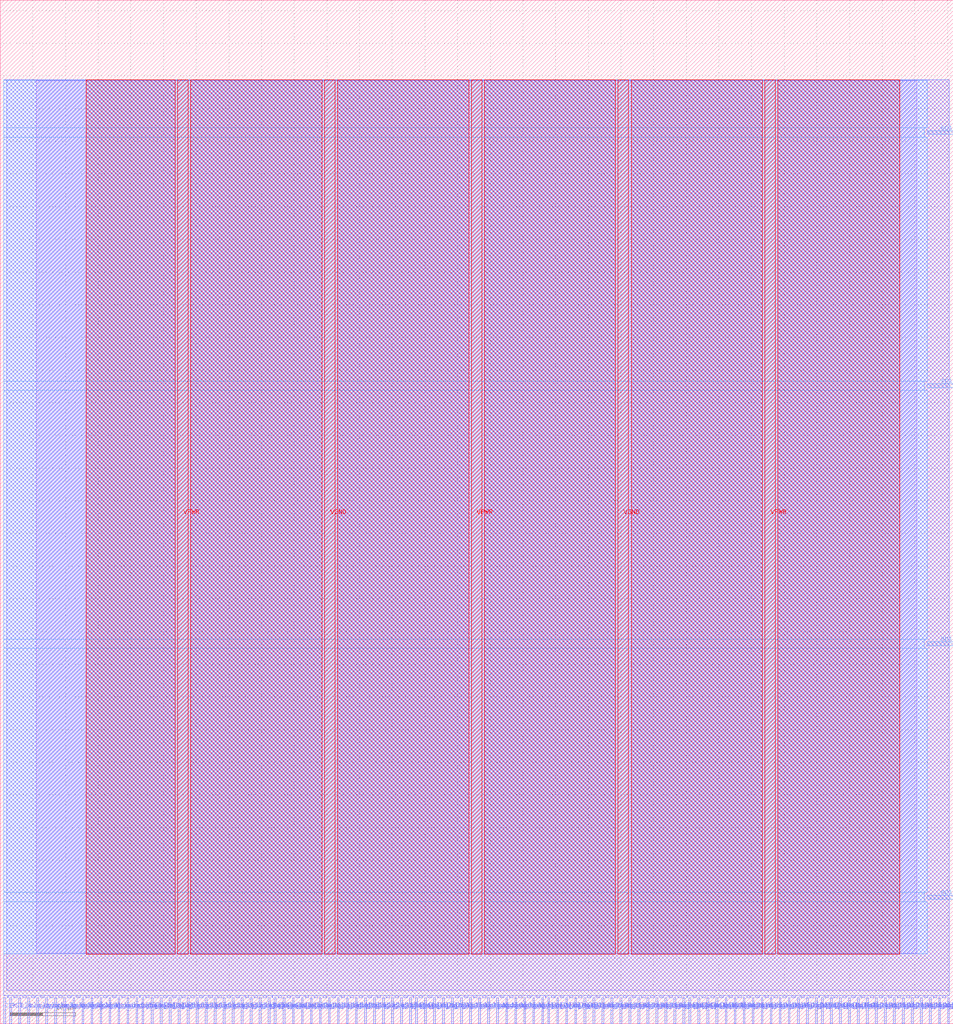
<source format=lef>
VERSION 5.7 ;
  NOWIREEXTENSIONATPIN ON ;
  DIVIDERCHAR "/" ;
  BUSBITCHARS "[]" ;
MACRO mkQF100SPI
  CLASS BLOCK ;
  FOREIGN mkQF100SPI ;
  ORIGIN 0.000 0.000 ;
  SIZE 145.865 BY 156.585 ;
  PIN CLK
    DIRECTION INPUT ;
    USE SIGNAL ;
    PORT
      LAYER met2 ;
        RECT 0.550 0.000 0.830 4.000 ;
    END
  END CLK
  PIN RST_N
    DIRECTION INPUT ;
    USE SIGNAL ;
    PORT
      LAYER met2 ;
        RECT 1.470 0.000 1.750 4.000 ;
    END
  END RST_N
  PIN VGND
    DIRECTION INPUT ;
    USE GROUND ;
    PORT
      LAYER met4 ;
        RECT 49.650 10.640 51.250 144.400 ;
    END
    PORT
      LAYER met4 ;
        RECT 94.575 10.640 96.175 144.400 ;
    END
  END VGND
  PIN VPWR
    DIRECTION INPUT ;
    USE POWER ;
    PORT
      LAYER met4 ;
        RECT 27.180 10.640 28.780 144.400 ;
    END
    PORT
      LAYER met4 ;
        RECT 72.110 10.640 73.710 144.400 ;
    END
    PORT
      LAYER met4 ;
        RECT 117.035 10.640 118.635 144.400 ;
    END
  END VPWR
  PIN slave_ack_o
    DIRECTION OUTPUT TRISTATE ;
    USE SIGNAL ;
    PORT
      LAYER met2 ;
        RECT 11.130 0.000 11.410 4.000 ;
    END
  END slave_ack_o
  PIN slave_adr_i[0]
    DIRECTION INPUT ;
    USE SIGNAL ;
    PORT
      LAYER met2 ;
        RECT 15.270 0.000 15.550 4.000 ;
    END
  END slave_adr_i[0]
  PIN slave_adr_i[10]
    DIRECTION INPUT ;
    USE SIGNAL ;
    PORT
      LAYER met2 ;
        RECT 28.610 0.000 28.890 4.000 ;
    END
  END slave_adr_i[10]
  PIN slave_adr_i[11]
    DIRECTION INPUT ;
    USE SIGNAL ;
    PORT
      LAYER met2 ;
        RECT 29.990 0.000 30.270 4.000 ;
    END
  END slave_adr_i[11]
  PIN slave_adr_i[12]
    DIRECTION INPUT ;
    USE SIGNAL ;
    PORT
      LAYER met2 ;
        RECT 31.370 0.000 31.650 4.000 ;
    END
  END slave_adr_i[12]
  PIN slave_adr_i[13]
    DIRECTION INPUT ;
    USE SIGNAL ;
    PORT
      LAYER met2 ;
        RECT 32.750 0.000 33.030 4.000 ;
    END
  END slave_adr_i[13]
  PIN slave_adr_i[14]
    DIRECTION INPUT ;
    USE SIGNAL ;
    PORT
      LAYER met2 ;
        RECT 34.130 0.000 34.410 4.000 ;
    END
  END slave_adr_i[14]
  PIN slave_adr_i[15]
    DIRECTION INPUT ;
    USE SIGNAL ;
    PORT
      LAYER met2 ;
        RECT 35.510 0.000 35.790 4.000 ;
    END
  END slave_adr_i[15]
  PIN slave_adr_i[16]
    DIRECTION INPUT ;
    USE SIGNAL ;
    PORT
      LAYER met2 ;
        RECT 36.890 0.000 37.170 4.000 ;
    END
  END slave_adr_i[16]
  PIN slave_adr_i[17]
    DIRECTION INPUT ;
    USE SIGNAL ;
    PORT
      LAYER met2 ;
        RECT 38.270 0.000 38.550 4.000 ;
    END
  END slave_adr_i[17]
  PIN slave_adr_i[18]
    DIRECTION INPUT ;
    USE SIGNAL ;
    PORT
      LAYER met2 ;
        RECT 39.650 0.000 39.930 4.000 ;
    END
  END slave_adr_i[18]
  PIN slave_adr_i[19]
    DIRECTION INPUT ;
    USE SIGNAL ;
    PORT
      LAYER met2 ;
        RECT 41.030 0.000 41.310 4.000 ;
    END
  END slave_adr_i[19]
  PIN slave_adr_i[1]
    DIRECTION INPUT ;
    USE SIGNAL ;
    PORT
      LAYER met2 ;
        RECT 16.650 0.000 16.930 4.000 ;
    END
  END slave_adr_i[1]
  PIN slave_adr_i[20]
    DIRECTION INPUT ;
    USE SIGNAL ;
    PORT
      LAYER met2 ;
        RECT 41.950 0.000 42.230 4.000 ;
    END
  END slave_adr_i[20]
  PIN slave_adr_i[21]
    DIRECTION INPUT ;
    USE SIGNAL ;
    PORT
      LAYER met2 ;
        RECT 43.330 0.000 43.610 4.000 ;
    END
  END slave_adr_i[21]
  PIN slave_adr_i[22]
    DIRECTION INPUT ;
    USE SIGNAL ;
    PORT
      LAYER met2 ;
        RECT 44.710 0.000 44.990 4.000 ;
    END
  END slave_adr_i[22]
  PIN slave_adr_i[23]
    DIRECTION INPUT ;
    USE SIGNAL ;
    PORT
      LAYER met2 ;
        RECT 46.090 0.000 46.370 4.000 ;
    END
  END slave_adr_i[23]
  PIN slave_adr_i[24]
    DIRECTION INPUT ;
    USE SIGNAL ;
    PORT
      LAYER met2 ;
        RECT 47.470 0.000 47.750 4.000 ;
    END
  END slave_adr_i[24]
  PIN slave_adr_i[25]
    DIRECTION INPUT ;
    USE SIGNAL ;
    PORT
      LAYER met2 ;
        RECT 48.850 0.000 49.130 4.000 ;
    END
  END slave_adr_i[25]
  PIN slave_adr_i[26]
    DIRECTION INPUT ;
    USE SIGNAL ;
    PORT
      LAYER met2 ;
        RECT 50.230 0.000 50.510 4.000 ;
    END
  END slave_adr_i[26]
  PIN slave_adr_i[27]
    DIRECTION INPUT ;
    USE SIGNAL ;
    PORT
      LAYER met2 ;
        RECT 51.610 0.000 51.890 4.000 ;
    END
  END slave_adr_i[27]
  PIN slave_adr_i[28]
    DIRECTION INPUT ;
    USE SIGNAL ;
    PORT
      LAYER met2 ;
        RECT 52.990 0.000 53.270 4.000 ;
    END
  END slave_adr_i[28]
  PIN slave_adr_i[29]
    DIRECTION INPUT ;
    USE SIGNAL ;
    PORT
      LAYER met2 ;
        RECT 54.370 0.000 54.650 4.000 ;
    END
  END slave_adr_i[29]
  PIN slave_adr_i[2]
    DIRECTION INPUT ;
    USE SIGNAL ;
    PORT
      LAYER met2 ;
        RECT 18.030 0.000 18.310 4.000 ;
    END
  END slave_adr_i[2]
  PIN slave_adr_i[30]
    DIRECTION INPUT ;
    USE SIGNAL ;
    PORT
      LAYER met2 ;
        RECT 55.750 0.000 56.030 4.000 ;
    END
  END slave_adr_i[30]
  PIN slave_adr_i[31]
    DIRECTION INPUT ;
    USE SIGNAL ;
    PORT
      LAYER met2 ;
        RECT 57.130 0.000 57.410 4.000 ;
    END
  END slave_adr_i[31]
  PIN slave_adr_i[3]
    DIRECTION INPUT ;
    USE SIGNAL ;
    PORT
      LAYER met2 ;
        RECT 19.410 0.000 19.690 4.000 ;
    END
  END slave_adr_i[3]
  PIN slave_adr_i[4]
    DIRECTION INPUT ;
    USE SIGNAL ;
    PORT
      LAYER met2 ;
        RECT 20.790 0.000 21.070 4.000 ;
    END
  END slave_adr_i[4]
  PIN slave_adr_i[5]
    DIRECTION INPUT ;
    USE SIGNAL ;
    PORT
      LAYER met2 ;
        RECT 21.710 0.000 21.990 4.000 ;
    END
  END slave_adr_i[5]
  PIN slave_adr_i[6]
    DIRECTION INPUT ;
    USE SIGNAL ;
    PORT
      LAYER met2 ;
        RECT 23.090 0.000 23.370 4.000 ;
    END
  END slave_adr_i[6]
  PIN slave_adr_i[7]
    DIRECTION INPUT ;
    USE SIGNAL ;
    PORT
      LAYER met2 ;
        RECT 24.470 0.000 24.750 4.000 ;
    END
  END slave_adr_i[7]
  PIN slave_adr_i[8]
    DIRECTION INPUT ;
    USE SIGNAL ;
    PORT
      LAYER met2 ;
        RECT 25.850 0.000 26.130 4.000 ;
    END
  END slave_adr_i[8]
  PIN slave_adr_i[9]
    DIRECTION INPUT ;
    USE SIGNAL ;
    PORT
      LAYER met2 ;
        RECT 27.230 0.000 27.510 4.000 ;
    END
  END slave_adr_i[9]
  PIN slave_cyc_i
    DIRECTION INPUT ;
    USE SIGNAL ;
    PORT
      LAYER met2 ;
        RECT 2.850 0.000 3.130 4.000 ;
    END
  END slave_cyc_i
  PIN slave_dat_i[0]
    DIRECTION INPUT ;
    USE SIGNAL ;
    PORT
      LAYER met2 ;
        RECT 58.510 0.000 58.790 4.000 ;
    END
  END slave_dat_i[0]
  PIN slave_dat_i[10]
    DIRECTION INPUT ;
    USE SIGNAL ;
    PORT
      LAYER met2 ;
        RECT 85.190 0.000 85.470 4.000 ;
    END
  END slave_dat_i[10]
  PIN slave_dat_i[11]
    DIRECTION INPUT ;
    USE SIGNAL ;
    PORT
      LAYER met2 ;
        RECT 87.950 0.000 88.230 4.000 ;
    END
  END slave_dat_i[11]
  PIN slave_dat_i[12]
    DIRECTION INPUT ;
    USE SIGNAL ;
    PORT
      LAYER met2 ;
        RECT 90.710 0.000 90.990 4.000 ;
    END
  END slave_dat_i[12]
  PIN slave_dat_i[13]
    DIRECTION INPUT ;
    USE SIGNAL ;
    PORT
      LAYER met2 ;
        RECT 93.470 0.000 93.750 4.000 ;
    END
  END slave_dat_i[13]
  PIN slave_dat_i[14]
    DIRECTION INPUT ;
    USE SIGNAL ;
    PORT
      LAYER met2 ;
        RECT 96.230 0.000 96.510 4.000 ;
    END
  END slave_dat_i[14]
  PIN slave_dat_i[15]
    DIRECTION INPUT ;
    USE SIGNAL ;
    PORT
      LAYER met2 ;
        RECT 98.990 0.000 99.270 4.000 ;
    END
  END slave_dat_i[15]
  PIN slave_dat_i[16]
    DIRECTION INPUT ;
    USE SIGNAL ;
    PORT
      LAYER met2 ;
        RECT 101.750 0.000 102.030 4.000 ;
    END
  END slave_dat_i[16]
  PIN slave_dat_i[17]
    DIRECTION INPUT ;
    USE SIGNAL ;
    PORT
      LAYER met2 ;
        RECT 104.510 0.000 104.790 4.000 ;
    END
  END slave_dat_i[17]
  PIN slave_dat_i[18]
    DIRECTION INPUT ;
    USE SIGNAL ;
    PORT
      LAYER met2 ;
        RECT 106.810 0.000 107.090 4.000 ;
    END
  END slave_dat_i[18]
  PIN slave_dat_i[19]
    DIRECTION INPUT ;
    USE SIGNAL ;
    PORT
      LAYER met2 ;
        RECT 109.570 0.000 109.850 4.000 ;
    END
  END slave_dat_i[19]
  PIN slave_dat_i[1]
    DIRECTION INPUT ;
    USE SIGNAL ;
    PORT
      LAYER met2 ;
        RECT 61.270 0.000 61.550 4.000 ;
    END
  END slave_dat_i[1]
  PIN slave_dat_i[20]
    DIRECTION INPUT ;
    USE SIGNAL ;
    PORT
      LAYER met2 ;
        RECT 112.330 0.000 112.610 4.000 ;
    END
  END slave_dat_i[20]
  PIN slave_dat_i[21]
    DIRECTION INPUT ;
    USE SIGNAL ;
    PORT
      LAYER met2 ;
        RECT 115.090 0.000 115.370 4.000 ;
    END
  END slave_dat_i[21]
  PIN slave_dat_i[22]
    DIRECTION INPUT ;
    USE SIGNAL ;
    PORT
      LAYER met2 ;
        RECT 117.850 0.000 118.130 4.000 ;
    END
  END slave_dat_i[22]
  PIN slave_dat_i[23]
    DIRECTION INPUT ;
    USE SIGNAL ;
    PORT
      LAYER met2 ;
        RECT 120.610 0.000 120.890 4.000 ;
    END
  END slave_dat_i[23]
  PIN slave_dat_i[24]
    DIRECTION INPUT ;
    USE SIGNAL ;
    PORT
      LAYER met2 ;
        RECT 123.370 0.000 123.650 4.000 ;
    END
  END slave_dat_i[24]
  PIN slave_dat_i[25]
    DIRECTION INPUT ;
    USE SIGNAL ;
    PORT
      LAYER met2 ;
        RECT 125.670 0.000 125.950 4.000 ;
    END
  END slave_dat_i[25]
  PIN slave_dat_i[26]
    DIRECTION INPUT ;
    USE SIGNAL ;
    PORT
      LAYER met2 ;
        RECT 128.430 0.000 128.710 4.000 ;
    END
  END slave_dat_i[26]
  PIN slave_dat_i[27]
    DIRECTION INPUT ;
    USE SIGNAL ;
    PORT
      LAYER met2 ;
        RECT 131.190 0.000 131.470 4.000 ;
    END
  END slave_dat_i[27]
  PIN slave_dat_i[28]
    DIRECTION INPUT ;
    USE SIGNAL ;
    PORT
      LAYER met2 ;
        RECT 133.950 0.000 134.230 4.000 ;
    END
  END slave_dat_i[28]
  PIN slave_dat_i[29]
    DIRECTION INPUT ;
    USE SIGNAL ;
    PORT
      LAYER met2 ;
        RECT 136.710 0.000 136.990 4.000 ;
    END
  END slave_dat_i[29]
  PIN slave_dat_i[2]
    DIRECTION INPUT ;
    USE SIGNAL ;
    PORT
      LAYER met2 ;
        RECT 63.570 0.000 63.850 4.000 ;
    END
  END slave_dat_i[2]
  PIN slave_dat_i[30]
    DIRECTION INPUT ;
    USE SIGNAL ;
    PORT
      LAYER met2 ;
        RECT 139.470 0.000 139.750 4.000 ;
    END
  END slave_dat_i[30]
  PIN slave_dat_i[31]
    DIRECTION INPUT ;
    USE SIGNAL ;
    PORT
      LAYER met2 ;
        RECT 142.230 0.000 142.510 4.000 ;
    END
  END slave_dat_i[31]
  PIN slave_dat_i[3]
    DIRECTION INPUT ;
    USE SIGNAL ;
    PORT
      LAYER met2 ;
        RECT 66.330 0.000 66.610 4.000 ;
    END
  END slave_dat_i[3]
  PIN slave_dat_i[4]
    DIRECTION INPUT ;
    USE SIGNAL ;
    PORT
      LAYER met2 ;
        RECT 69.090 0.000 69.370 4.000 ;
    END
  END slave_dat_i[4]
  PIN slave_dat_i[5]
    DIRECTION INPUT ;
    USE SIGNAL ;
    PORT
      LAYER met2 ;
        RECT 71.850 0.000 72.130 4.000 ;
    END
  END slave_dat_i[5]
  PIN slave_dat_i[6]
    DIRECTION INPUT ;
    USE SIGNAL ;
    PORT
      LAYER met2 ;
        RECT 74.610 0.000 74.890 4.000 ;
    END
  END slave_dat_i[6]
  PIN slave_dat_i[7]
    DIRECTION INPUT ;
    USE SIGNAL ;
    PORT
      LAYER met2 ;
        RECT 77.370 0.000 77.650 4.000 ;
    END
  END slave_dat_i[7]
  PIN slave_dat_i[8]
    DIRECTION INPUT ;
    USE SIGNAL ;
    PORT
      LAYER met2 ;
        RECT 80.130 0.000 80.410 4.000 ;
    END
  END slave_dat_i[8]
  PIN slave_dat_i[9]
    DIRECTION INPUT ;
    USE SIGNAL ;
    PORT
      LAYER met2 ;
        RECT 82.890 0.000 83.170 4.000 ;
    END
  END slave_dat_i[9]
  PIN slave_dat_o[0]
    DIRECTION OUTPUT TRISTATE ;
    USE SIGNAL ;
    PORT
      LAYER met2 ;
        RECT 59.890 0.000 60.170 4.000 ;
    END
  END slave_dat_o[0]
  PIN slave_dat_o[10]
    DIRECTION OUTPUT TRISTATE ;
    USE SIGNAL ;
    PORT
      LAYER met2 ;
        RECT 86.570 0.000 86.850 4.000 ;
    END
  END slave_dat_o[10]
  PIN slave_dat_o[11]
    DIRECTION OUTPUT TRISTATE ;
    USE SIGNAL ;
    PORT
      LAYER met2 ;
        RECT 89.330 0.000 89.610 4.000 ;
    END
  END slave_dat_o[11]
  PIN slave_dat_o[12]
    DIRECTION OUTPUT TRISTATE ;
    USE SIGNAL ;
    PORT
      LAYER met2 ;
        RECT 92.090 0.000 92.370 4.000 ;
    END
  END slave_dat_o[12]
  PIN slave_dat_o[13]
    DIRECTION OUTPUT TRISTATE ;
    USE SIGNAL ;
    PORT
      LAYER met2 ;
        RECT 94.850 0.000 95.130 4.000 ;
    END
  END slave_dat_o[13]
  PIN slave_dat_o[14]
    DIRECTION OUTPUT TRISTATE ;
    USE SIGNAL ;
    PORT
      LAYER met2 ;
        RECT 97.610 0.000 97.890 4.000 ;
    END
  END slave_dat_o[14]
  PIN slave_dat_o[15]
    DIRECTION OUTPUT TRISTATE ;
    USE SIGNAL ;
    PORT
      LAYER met2 ;
        RECT 100.370 0.000 100.650 4.000 ;
    END
  END slave_dat_o[15]
  PIN slave_dat_o[16]
    DIRECTION OUTPUT TRISTATE ;
    USE SIGNAL ;
    PORT
      LAYER met2 ;
        RECT 103.130 0.000 103.410 4.000 ;
    END
  END slave_dat_o[16]
  PIN slave_dat_o[17]
    DIRECTION OUTPUT TRISTATE ;
    USE SIGNAL ;
    PORT
      LAYER met2 ;
        RECT 105.430 0.000 105.710 4.000 ;
    END
  END slave_dat_o[17]
  PIN slave_dat_o[18]
    DIRECTION OUTPUT TRISTATE ;
    USE SIGNAL ;
    PORT
      LAYER met2 ;
        RECT 108.190 0.000 108.470 4.000 ;
    END
  END slave_dat_o[18]
  PIN slave_dat_o[19]
    DIRECTION OUTPUT TRISTATE ;
    USE SIGNAL ;
    PORT
      LAYER met2 ;
        RECT 110.950 0.000 111.230 4.000 ;
    END
  END slave_dat_o[19]
  PIN slave_dat_o[1]
    DIRECTION OUTPUT TRISTATE ;
    USE SIGNAL ;
    PORT
      LAYER met2 ;
        RECT 62.650 0.000 62.930 4.000 ;
    END
  END slave_dat_o[1]
  PIN slave_dat_o[20]
    DIRECTION OUTPUT TRISTATE ;
    USE SIGNAL ;
    PORT
      LAYER met2 ;
        RECT 113.710 0.000 113.990 4.000 ;
    END
  END slave_dat_o[20]
  PIN slave_dat_o[21]
    DIRECTION OUTPUT TRISTATE ;
    USE SIGNAL ;
    PORT
      LAYER met2 ;
        RECT 116.470 0.000 116.750 4.000 ;
    END
  END slave_dat_o[21]
  PIN slave_dat_o[22]
    DIRECTION OUTPUT TRISTATE ;
    USE SIGNAL ;
    PORT
      LAYER met2 ;
        RECT 119.230 0.000 119.510 4.000 ;
    END
  END slave_dat_o[22]
  PIN slave_dat_o[23]
    DIRECTION OUTPUT TRISTATE ;
    USE SIGNAL ;
    PORT
      LAYER met2 ;
        RECT 121.990 0.000 122.270 4.000 ;
    END
  END slave_dat_o[23]
  PIN slave_dat_o[24]
    DIRECTION OUTPUT TRISTATE ;
    USE SIGNAL ;
    PORT
      LAYER met2 ;
        RECT 124.750 0.000 125.030 4.000 ;
    END
  END slave_dat_o[24]
  PIN slave_dat_o[25]
    DIRECTION OUTPUT TRISTATE ;
    USE SIGNAL ;
    PORT
      LAYER met2 ;
        RECT 127.050 0.000 127.330 4.000 ;
    END
  END slave_dat_o[25]
  PIN slave_dat_o[26]
    DIRECTION OUTPUT TRISTATE ;
    USE SIGNAL ;
    PORT
      LAYER met2 ;
        RECT 129.810 0.000 130.090 4.000 ;
    END
  END slave_dat_o[26]
  PIN slave_dat_o[27]
    DIRECTION OUTPUT TRISTATE ;
    USE SIGNAL ;
    PORT
      LAYER met2 ;
        RECT 132.570 0.000 132.850 4.000 ;
    END
  END slave_dat_o[27]
  PIN slave_dat_o[28]
    DIRECTION OUTPUT TRISTATE ;
    USE SIGNAL ;
    PORT
      LAYER met2 ;
        RECT 135.330 0.000 135.610 4.000 ;
    END
  END slave_dat_o[28]
  PIN slave_dat_o[29]
    DIRECTION OUTPUT TRISTATE ;
    USE SIGNAL ;
    PORT
      LAYER met2 ;
        RECT 138.090 0.000 138.370 4.000 ;
    END
  END slave_dat_o[29]
  PIN slave_dat_o[2]
    DIRECTION OUTPUT TRISTATE ;
    USE SIGNAL ;
    PORT
      LAYER met2 ;
        RECT 64.950 0.000 65.230 4.000 ;
    END
  END slave_dat_o[2]
  PIN slave_dat_o[30]
    DIRECTION OUTPUT TRISTATE ;
    USE SIGNAL ;
    PORT
      LAYER met2 ;
        RECT 140.850 0.000 141.130 4.000 ;
    END
  END slave_dat_o[30]
  PIN slave_dat_o[31]
    DIRECTION OUTPUT TRISTATE ;
    USE SIGNAL ;
    PORT
      LAYER met2 ;
        RECT 143.610 0.000 143.890 4.000 ;
    END
  END slave_dat_o[31]
  PIN slave_dat_o[3]
    DIRECTION OUTPUT TRISTATE ;
    USE SIGNAL ;
    PORT
      LAYER met2 ;
        RECT 67.710 0.000 67.990 4.000 ;
    END
  END slave_dat_o[3]
  PIN slave_dat_o[4]
    DIRECTION OUTPUT TRISTATE ;
    USE SIGNAL ;
    PORT
      LAYER met2 ;
        RECT 70.470 0.000 70.750 4.000 ;
    END
  END slave_dat_o[4]
  PIN slave_dat_o[5]
    DIRECTION OUTPUT TRISTATE ;
    USE SIGNAL ;
    PORT
      LAYER met2 ;
        RECT 73.230 0.000 73.510 4.000 ;
    END
  END slave_dat_o[5]
  PIN slave_dat_o[6]
    DIRECTION OUTPUT TRISTATE ;
    USE SIGNAL ;
    PORT
      LAYER met2 ;
        RECT 75.990 0.000 76.270 4.000 ;
    END
  END slave_dat_o[6]
  PIN slave_dat_o[7]
    DIRECTION OUTPUT TRISTATE ;
    USE SIGNAL ;
    PORT
      LAYER met2 ;
        RECT 78.750 0.000 79.030 4.000 ;
    END
  END slave_dat_o[7]
  PIN slave_dat_o[8]
    DIRECTION OUTPUT TRISTATE ;
    USE SIGNAL ;
    PORT
      LAYER met2 ;
        RECT 81.510 0.000 81.790 4.000 ;
    END
  END slave_dat_o[8]
  PIN slave_dat_o[9]
    DIRECTION OUTPUT TRISTATE ;
    USE SIGNAL ;
    PORT
      LAYER met2 ;
        RECT 83.810 0.000 84.090 4.000 ;
    END
  END slave_dat_o[9]
  PIN slave_err_o
    DIRECTION OUTPUT TRISTATE ;
    USE SIGNAL ;
    PORT
      LAYER met2 ;
        RECT 12.510 0.000 12.790 4.000 ;
    END
  END slave_err_o
  PIN slave_rty_o
    DIRECTION OUTPUT TRISTATE ;
    USE SIGNAL ;
    PORT
      LAYER met2 ;
        RECT 13.890 0.000 14.170 4.000 ;
    END
  END slave_rty_o
  PIN slave_sel_i[0]
    DIRECTION INPUT ;
    USE SIGNAL ;
    PORT
      LAYER met2 ;
        RECT 5.610 0.000 5.890 4.000 ;
    END
  END slave_sel_i[0]
  PIN slave_sel_i[1]
    DIRECTION INPUT ;
    USE SIGNAL ;
    PORT
      LAYER met2 ;
        RECT 6.990 0.000 7.270 4.000 ;
    END
  END slave_sel_i[1]
  PIN slave_sel_i[2]
    DIRECTION INPUT ;
    USE SIGNAL ;
    PORT
      LAYER met2 ;
        RECT 8.370 0.000 8.650 4.000 ;
    END
  END slave_sel_i[2]
  PIN slave_sel_i[3]
    DIRECTION INPUT ;
    USE SIGNAL ;
    PORT
      LAYER met2 ;
        RECT 9.750 0.000 10.030 4.000 ;
    END
  END slave_sel_i[3]
  PIN slave_stb_i
    DIRECTION INPUT ;
    USE SIGNAL ;
    PORT
      LAYER met2 ;
        RECT 4.230 0.000 4.510 4.000 ;
    END
  END slave_stb_i
  PIN slave_we_i
    DIRECTION INPUT ;
    USE SIGNAL ;
    PORT
      LAYER met2 ;
        RECT 144.990 0.000 145.270 4.000 ;
    END
  END slave_we_i
  PIN spiMaster_miso
    DIRECTION INPUT ;
    USE SIGNAL ;
    PORT
      LAYER met3 ;
        RECT 141.865 19.080 145.865 19.680 ;
    END
  END spiMaster_miso
  PIN spiMaster_mosi
    DIRECTION OUTPUT TRISTATE ;
    USE SIGNAL ;
    PORT
      LAYER met3 ;
        RECT 141.865 57.840 145.865 58.440 ;
    END
  END spiMaster_mosi
  PIN spiMaster_mosi_oe
    DIRECTION OUTPUT TRISTATE ;
    USE SIGNAL ;
    PORT
      LAYER met3 ;
        RECT 141.865 97.280 145.865 97.880 ;
    END
  END spiMaster_mosi_oe
  PIN spiMaster_sclk
    DIRECTION OUTPUT TRISTATE ;
    USE SIGNAL ;
    PORT
      LAYER met3 ;
        RECT 141.865 136.040 145.865 136.640 ;
    END
  END spiMaster_sclk
  OBS
      LAYER li1 ;
        RECT 5.520 10.795 140.300 144.245 ;
      LAYER met1 ;
        RECT 0.990 5.140 145.290 144.400 ;
      LAYER met2 ;
        RECT 0.550 4.280 145.260 144.400 ;
        RECT 1.110 4.000 1.190 4.280 ;
        RECT 2.030 4.000 2.570 4.280 ;
        RECT 3.410 4.000 3.950 4.280 ;
        RECT 4.790 4.000 5.330 4.280 ;
        RECT 6.170 4.000 6.710 4.280 ;
        RECT 7.550 4.000 8.090 4.280 ;
        RECT 8.930 4.000 9.470 4.280 ;
        RECT 10.310 4.000 10.850 4.280 ;
        RECT 11.690 4.000 12.230 4.280 ;
        RECT 13.070 4.000 13.610 4.280 ;
        RECT 14.450 4.000 14.990 4.280 ;
        RECT 15.830 4.000 16.370 4.280 ;
        RECT 17.210 4.000 17.750 4.280 ;
        RECT 18.590 4.000 19.130 4.280 ;
        RECT 19.970 4.000 20.510 4.280 ;
        RECT 21.350 4.000 21.430 4.280 ;
        RECT 22.270 4.000 22.810 4.280 ;
        RECT 23.650 4.000 24.190 4.280 ;
        RECT 25.030 4.000 25.570 4.280 ;
        RECT 26.410 4.000 26.950 4.280 ;
        RECT 27.790 4.000 28.330 4.280 ;
        RECT 29.170 4.000 29.710 4.280 ;
        RECT 30.550 4.000 31.090 4.280 ;
        RECT 31.930 4.000 32.470 4.280 ;
        RECT 33.310 4.000 33.850 4.280 ;
        RECT 34.690 4.000 35.230 4.280 ;
        RECT 36.070 4.000 36.610 4.280 ;
        RECT 37.450 4.000 37.990 4.280 ;
        RECT 38.830 4.000 39.370 4.280 ;
        RECT 40.210 4.000 40.750 4.280 ;
        RECT 41.590 4.000 41.670 4.280 ;
        RECT 42.510 4.000 43.050 4.280 ;
        RECT 43.890 4.000 44.430 4.280 ;
        RECT 45.270 4.000 45.810 4.280 ;
        RECT 46.650 4.000 47.190 4.280 ;
        RECT 48.030 4.000 48.570 4.280 ;
        RECT 49.410 4.000 49.950 4.280 ;
        RECT 50.790 4.000 51.330 4.280 ;
        RECT 52.170 4.000 52.710 4.280 ;
        RECT 53.550 4.000 54.090 4.280 ;
        RECT 54.930 4.000 55.470 4.280 ;
        RECT 56.310 4.000 56.850 4.280 ;
        RECT 57.690 4.000 58.230 4.280 ;
        RECT 59.070 4.000 59.610 4.280 ;
        RECT 60.450 4.000 60.990 4.280 ;
        RECT 61.830 4.000 62.370 4.280 ;
        RECT 63.210 4.000 63.290 4.280 ;
        RECT 64.130 4.000 64.670 4.280 ;
        RECT 65.510 4.000 66.050 4.280 ;
        RECT 66.890 4.000 67.430 4.280 ;
        RECT 68.270 4.000 68.810 4.280 ;
        RECT 69.650 4.000 70.190 4.280 ;
        RECT 71.030 4.000 71.570 4.280 ;
        RECT 72.410 4.000 72.950 4.280 ;
        RECT 73.790 4.000 74.330 4.280 ;
        RECT 75.170 4.000 75.710 4.280 ;
        RECT 76.550 4.000 77.090 4.280 ;
        RECT 77.930 4.000 78.470 4.280 ;
        RECT 79.310 4.000 79.850 4.280 ;
        RECT 80.690 4.000 81.230 4.280 ;
        RECT 82.070 4.000 82.610 4.280 ;
        RECT 83.450 4.000 83.530 4.280 ;
        RECT 84.370 4.000 84.910 4.280 ;
        RECT 85.750 4.000 86.290 4.280 ;
        RECT 87.130 4.000 87.670 4.280 ;
        RECT 88.510 4.000 89.050 4.280 ;
        RECT 89.890 4.000 90.430 4.280 ;
        RECT 91.270 4.000 91.810 4.280 ;
        RECT 92.650 4.000 93.190 4.280 ;
        RECT 94.030 4.000 94.570 4.280 ;
        RECT 95.410 4.000 95.950 4.280 ;
        RECT 96.790 4.000 97.330 4.280 ;
        RECT 98.170 4.000 98.710 4.280 ;
        RECT 99.550 4.000 100.090 4.280 ;
        RECT 100.930 4.000 101.470 4.280 ;
        RECT 102.310 4.000 102.850 4.280 ;
        RECT 103.690 4.000 104.230 4.280 ;
        RECT 105.070 4.000 105.150 4.280 ;
        RECT 105.990 4.000 106.530 4.280 ;
        RECT 107.370 4.000 107.910 4.280 ;
        RECT 108.750 4.000 109.290 4.280 ;
        RECT 110.130 4.000 110.670 4.280 ;
        RECT 111.510 4.000 112.050 4.280 ;
        RECT 112.890 4.000 113.430 4.280 ;
        RECT 114.270 4.000 114.810 4.280 ;
        RECT 115.650 4.000 116.190 4.280 ;
        RECT 117.030 4.000 117.570 4.280 ;
        RECT 118.410 4.000 118.950 4.280 ;
        RECT 119.790 4.000 120.330 4.280 ;
        RECT 121.170 4.000 121.710 4.280 ;
        RECT 122.550 4.000 123.090 4.280 ;
        RECT 123.930 4.000 124.470 4.280 ;
        RECT 125.310 4.000 125.390 4.280 ;
        RECT 126.230 4.000 126.770 4.280 ;
        RECT 127.610 4.000 128.150 4.280 ;
        RECT 128.990 4.000 129.530 4.280 ;
        RECT 130.370 4.000 130.910 4.280 ;
        RECT 131.750 4.000 132.290 4.280 ;
        RECT 133.130 4.000 133.670 4.280 ;
        RECT 134.510 4.000 135.050 4.280 ;
        RECT 135.890 4.000 136.430 4.280 ;
        RECT 137.270 4.000 137.810 4.280 ;
        RECT 138.650 4.000 139.190 4.280 ;
        RECT 140.030 4.000 140.570 4.280 ;
        RECT 141.410 4.000 141.950 4.280 ;
        RECT 142.790 4.000 143.330 4.280 ;
        RECT 144.170 4.000 144.710 4.280 ;
      LAYER met3 ;
        RECT 0.525 137.040 141.865 144.325 ;
        RECT 0.525 135.640 141.465 137.040 ;
        RECT 0.525 98.280 141.865 135.640 ;
        RECT 0.525 96.880 141.465 98.280 ;
        RECT 0.525 58.840 141.865 96.880 ;
        RECT 0.525 57.440 141.465 58.840 ;
        RECT 0.525 20.080 141.865 57.440 ;
        RECT 0.525 18.680 141.465 20.080 ;
        RECT 0.525 10.715 141.865 18.680 ;
      LAYER met4 ;
        RECT 13.175 10.640 26.780 144.400 ;
        RECT 29.180 10.640 49.250 144.400 ;
        RECT 51.650 10.640 71.710 144.400 ;
        RECT 74.110 10.640 94.175 144.400 ;
        RECT 96.575 10.640 116.635 144.400 ;
        RECT 119.035 10.640 137.705 144.400 ;
  END
END mkQF100SPI
END LIBRARY


</source>
